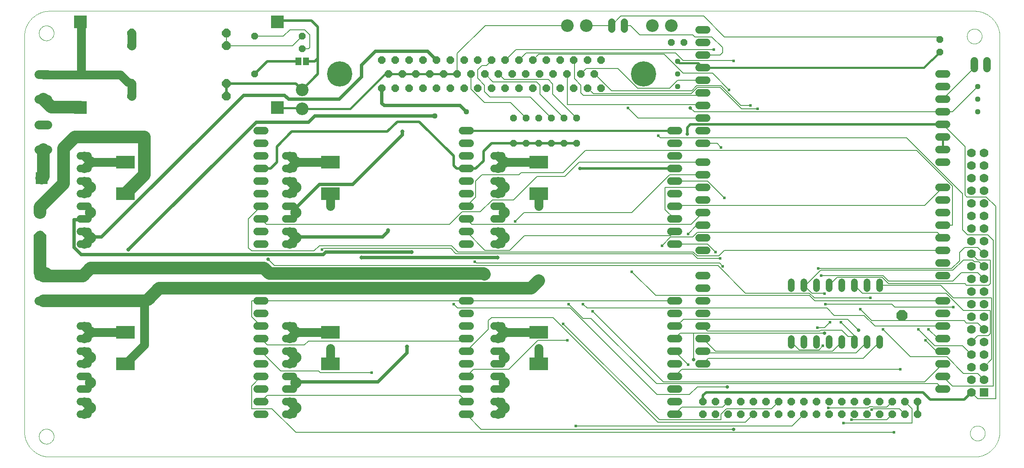
<source format=gtl>
G04 EAGLE Gerber RS-274X export*
G75*
%MOMM*%
%FSLAX34Y34*%
%LPD*%
%INTop Copper*%
%IPPOS*%
%AMOC8*
5,1,8,0,0,1.08239X$1,22.5*%
G01*
%ADD10C,0.000000*%
%ADD11C,2.540000*%
%ADD12P,2.749271X8X292.500000*%
%ADD13P,1.429621X8X112.500000*%
%ADD14P,1.649562X8X202.500000*%
%ADD15C,5.080000*%
%ADD16C,1.790700*%
%ADD17C,1.524000*%
%ADD18P,1.649562X8X22.500000*%
%ADD19R,1.778000X1.778000*%
%ADD20C,1.778000*%
%ADD21R,3.810000X2.500000*%
%ADD22C,1.117600*%
%ADD23P,1.429621X8X292.500000*%
%ADD24C,1.320800*%
%ADD25R,1.168400X1.600200*%
%ADD26C,2.552700*%
%ADD27P,1.924489X8X22.500000*%
%ADD28R,2.500000X2.500000*%
%ADD29C,2.250000*%
%ADD30P,1.429621X8X202.500000*%
%ADD31R,2.400000X2.400000*%
%ADD32C,1.422400*%
%ADD33P,2.336880X8X22.500000*%
%ADD34C,1.778000*%
%ADD35C,2.540000*%
%ADD36C,1.524000*%
%ADD37C,0.406400*%
%ADD38C,0.203200*%
%ADD39C,0.711200*%
%ADD40C,0.508000*%
%ADD41C,0.635000*%
%ADD42C,0.812800*%
%ADD43C,1.125000*%
%ADD44C,0.152400*%
%ADD45C,0.609600*%


D10*
X51000Y760D02*
X1911350Y760D01*
X1912578Y775D01*
X1913804Y819D01*
X1915030Y893D01*
X1916253Y997D01*
X1917473Y1130D01*
X1918690Y1293D01*
X1919903Y1485D01*
X1921110Y1706D01*
X1922312Y1957D01*
X1923507Y2236D01*
X1924696Y2544D01*
X1925876Y2881D01*
X1927048Y3246D01*
X1928211Y3640D01*
X1929364Y4061D01*
X1930506Y4510D01*
X1931638Y4987D01*
X1932757Y5491D01*
X1933864Y6022D01*
X1934958Y6579D01*
X1936038Y7162D01*
X1937104Y7772D01*
X1938154Y8407D01*
X1939189Y9067D01*
X1940208Y9752D01*
X1941209Y10462D01*
X1942194Y11195D01*
X1943160Y11953D01*
X1944108Y12733D01*
X1945037Y13536D01*
X1945946Y14361D01*
X1946834Y15208D01*
X1947702Y16076D01*
X1948549Y16964D01*
X1949374Y17873D01*
X1950177Y18802D01*
X1950957Y19750D01*
X1951715Y20716D01*
X1952448Y21701D01*
X1953158Y22702D01*
X1953843Y23721D01*
X1954503Y24756D01*
X1955138Y25806D01*
X1955748Y26872D01*
X1956331Y27952D01*
X1956888Y29046D01*
X1957419Y30153D01*
X1957923Y31272D01*
X1958400Y32404D01*
X1958849Y33546D01*
X1959270Y34699D01*
X1959664Y35862D01*
X1960029Y37034D01*
X1960366Y38214D01*
X1960674Y39403D01*
X1960953Y40598D01*
X1961204Y41800D01*
X1961425Y43007D01*
X1961617Y44220D01*
X1961780Y45437D01*
X1961913Y46657D01*
X1962017Y47880D01*
X1962091Y49106D01*
X1962135Y50332D01*
X1962150Y51560D01*
X1962150Y848360D01*
X1962135Y849588D01*
X1962091Y850814D01*
X1962017Y852040D01*
X1961913Y853263D01*
X1961780Y854483D01*
X1961617Y855700D01*
X1961425Y856913D01*
X1961204Y858120D01*
X1960953Y859322D01*
X1960674Y860517D01*
X1960366Y861706D01*
X1960029Y862886D01*
X1959664Y864058D01*
X1959270Y865221D01*
X1958849Y866374D01*
X1958400Y867516D01*
X1957923Y868648D01*
X1957419Y869767D01*
X1956888Y870874D01*
X1956331Y871968D01*
X1955748Y873048D01*
X1955138Y874114D01*
X1954503Y875164D01*
X1953843Y876199D01*
X1953158Y877218D01*
X1952448Y878219D01*
X1951715Y879204D01*
X1950957Y880170D01*
X1950177Y881118D01*
X1949374Y882047D01*
X1948549Y882956D01*
X1947702Y883844D01*
X1946834Y884712D01*
X1945946Y885559D01*
X1945037Y886384D01*
X1944108Y887187D01*
X1943160Y887967D01*
X1942194Y888725D01*
X1941209Y889458D01*
X1940208Y890168D01*
X1939189Y890853D01*
X1938154Y891513D01*
X1937104Y892148D01*
X1936038Y892758D01*
X1934958Y893341D01*
X1933864Y893898D01*
X1932757Y894429D01*
X1931638Y894933D01*
X1930506Y895410D01*
X1929364Y895859D01*
X1928211Y896280D01*
X1927048Y896674D01*
X1925876Y897039D01*
X1924696Y897376D01*
X1923507Y897684D01*
X1922312Y897963D01*
X1921110Y898214D01*
X1919903Y898435D01*
X1918690Y898627D01*
X1917473Y898790D01*
X1916253Y898923D01*
X1915030Y899027D01*
X1913804Y899101D01*
X1912578Y899145D01*
X1911350Y899160D01*
X51000Y899160D01*
X49772Y899145D01*
X48546Y899101D01*
X47320Y899027D01*
X46097Y898923D01*
X44877Y898790D01*
X43660Y898627D01*
X42447Y898435D01*
X41240Y898214D01*
X40038Y897963D01*
X38843Y897684D01*
X37654Y897376D01*
X36474Y897039D01*
X35302Y896674D01*
X34139Y896280D01*
X32986Y895859D01*
X31844Y895410D01*
X30712Y894933D01*
X29593Y894429D01*
X28486Y893898D01*
X27392Y893341D01*
X26312Y892758D01*
X25246Y892148D01*
X24196Y891513D01*
X23161Y890853D01*
X22142Y890168D01*
X21141Y889458D01*
X20156Y888725D01*
X19190Y887967D01*
X18242Y887187D01*
X17313Y886384D01*
X16404Y885559D01*
X15516Y884712D01*
X14648Y883844D01*
X13801Y882956D01*
X12976Y882047D01*
X12173Y881118D01*
X11393Y880170D01*
X10635Y879204D01*
X9902Y878219D01*
X9192Y877218D01*
X8507Y876199D01*
X7847Y875164D01*
X7212Y874114D01*
X6602Y873048D01*
X6019Y871968D01*
X5462Y870874D01*
X4931Y869767D01*
X4427Y868648D01*
X3950Y867516D01*
X3501Y866374D01*
X3080Y865221D01*
X2686Y864058D01*
X2321Y862886D01*
X1984Y861706D01*
X1676Y860517D01*
X1397Y859322D01*
X1146Y858120D01*
X925Y856913D01*
X733Y855700D01*
X570Y854483D01*
X437Y853263D01*
X333Y852040D01*
X259Y850814D01*
X215Y849588D01*
X200Y848360D01*
X200Y51560D01*
X215Y50332D01*
X259Y49106D01*
X333Y47880D01*
X437Y46657D01*
X570Y45437D01*
X733Y44220D01*
X925Y43007D01*
X1146Y41800D01*
X1397Y40598D01*
X1676Y39403D01*
X1984Y38214D01*
X2321Y37034D01*
X2686Y35862D01*
X3080Y34699D01*
X3501Y33546D01*
X3950Y32404D01*
X4427Y31272D01*
X4931Y30153D01*
X5462Y29046D01*
X6019Y27952D01*
X6602Y26872D01*
X7212Y25806D01*
X7847Y24756D01*
X8507Y23721D01*
X9192Y22702D01*
X9902Y21701D01*
X10635Y20716D01*
X11393Y19750D01*
X12173Y18802D01*
X12976Y17873D01*
X13801Y16964D01*
X14648Y16076D01*
X15516Y15208D01*
X16404Y14361D01*
X17313Y13536D01*
X18242Y12733D01*
X19190Y11953D01*
X20156Y11195D01*
X21141Y10462D01*
X22142Y9752D01*
X23161Y9067D01*
X24196Y8407D01*
X25246Y7772D01*
X26312Y7162D01*
X27392Y6579D01*
X28486Y6022D01*
X29593Y5491D01*
X30712Y4987D01*
X31844Y4510D01*
X32986Y4061D01*
X34139Y3640D01*
X35302Y3246D01*
X36474Y2881D01*
X37654Y2544D01*
X38843Y2236D01*
X40038Y1957D01*
X41240Y1706D01*
X42447Y1485D01*
X43660Y1293D01*
X44877Y1130D01*
X46097Y997D01*
X47320Y893D01*
X48546Y819D01*
X49772Y775D01*
X51000Y760D01*
D11*
X31750Y492760D03*
D12*
X31750Y441960D03*
D13*
X984250Y632460D03*
X984250Y683260D03*
X1009650Y632460D03*
X1009650Y683260D03*
X1035050Y632460D03*
X1035050Y683260D03*
X1085850Y632460D03*
X1085850Y683260D03*
X1060450Y632460D03*
X1060450Y683260D03*
X1111250Y632460D03*
X1111250Y683260D03*
D14*
X1160526Y800608D03*
X1133094Y800608D03*
X1105408Y800608D03*
X1077722Y800608D03*
X1050290Y800608D03*
X1022604Y800608D03*
X994918Y800608D03*
X967486Y800608D03*
X939800Y800608D03*
X912114Y800608D03*
X884682Y800608D03*
X856996Y800608D03*
X1146810Y772160D03*
X1119124Y772160D03*
X1091692Y772160D03*
X1064006Y772160D03*
X1036320Y772160D03*
X1008888Y772160D03*
X981202Y772160D03*
X953516Y772160D03*
X926084Y772160D03*
X898398Y772160D03*
X870712Y772160D03*
X829310Y800608D03*
X801878Y800608D03*
X774192Y800608D03*
X746506Y800608D03*
X843280Y772160D03*
X815594Y772160D03*
X787908Y772160D03*
X760476Y772160D03*
X719074Y800608D03*
X732790Y772160D03*
X1160526Y743712D03*
X1133094Y743712D03*
X1105408Y743712D03*
X1077722Y743712D03*
X1050290Y743712D03*
X1022604Y743712D03*
X994918Y743712D03*
X967486Y743712D03*
X939800Y743712D03*
X912114Y743712D03*
X884682Y743712D03*
X856996Y743712D03*
X829310Y743712D03*
X801878Y743712D03*
X774192Y743712D03*
X746506Y743712D03*
X719074Y743712D03*
D15*
X634238Y772160D03*
X1245362Y772160D03*
D16*
X47054Y620160D02*
X29147Y620160D01*
X29147Y670160D02*
X47054Y670160D01*
D17*
X1840230Y721360D02*
X1855470Y721360D01*
X1855470Y695960D02*
X1840230Y695960D01*
X1840230Y670560D02*
X1855470Y670560D01*
X1855470Y645160D02*
X1840230Y645160D01*
X1840230Y619760D02*
X1855470Y619760D01*
X1855470Y594360D02*
X1840230Y594360D01*
X1840230Y543560D02*
X1855470Y543560D01*
X1855470Y518160D02*
X1840230Y518160D01*
X1840230Y492760D02*
X1855470Y492760D01*
X1855470Y467360D02*
X1840230Y467360D01*
X1840230Y441960D02*
X1855470Y441960D01*
X1855470Y416560D02*
X1840230Y416560D01*
X1840230Y391160D02*
X1855470Y391160D01*
X1855470Y365760D02*
X1840230Y365760D01*
X1840230Y314960D02*
X1855470Y314960D01*
X1855470Y289560D02*
X1840230Y289560D01*
X1840230Y264160D02*
X1855470Y264160D01*
X1855470Y238760D02*
X1840230Y238760D01*
X1840230Y213360D02*
X1855470Y213360D01*
X1855470Y187960D02*
X1840230Y187960D01*
X1840230Y162560D02*
X1855470Y162560D01*
X1855470Y137160D02*
X1840230Y137160D01*
X1372870Y187960D02*
X1357630Y187960D01*
X1357630Y213360D02*
X1372870Y213360D01*
X1372870Y238760D02*
X1357630Y238760D01*
X1357630Y264160D02*
X1372870Y264160D01*
X1372870Y289560D02*
X1357630Y289560D01*
X1357630Y314960D02*
X1372870Y314960D01*
X1372870Y340360D02*
X1357630Y340360D01*
X1357630Y365760D02*
X1372870Y365760D01*
X1372870Y416560D02*
X1357630Y416560D01*
X1357630Y441960D02*
X1372870Y441960D01*
X1372870Y467360D02*
X1357630Y467360D01*
X1357630Y492760D02*
X1372870Y492760D01*
X1372870Y518160D02*
X1357630Y518160D01*
X1357630Y543560D02*
X1372870Y543560D01*
X1372870Y568960D02*
X1357630Y568960D01*
X1357630Y594360D02*
X1372870Y594360D01*
X1372870Y632460D02*
X1357630Y632460D01*
X1357630Y657860D02*
X1372870Y657860D01*
X1372870Y683260D02*
X1357630Y683260D01*
X1357630Y708660D02*
X1372870Y708660D01*
X1372870Y734060D02*
X1357630Y734060D01*
X1357630Y759460D02*
X1372870Y759460D01*
X1372870Y784860D02*
X1357630Y784860D01*
X1357630Y810260D02*
X1372870Y810260D01*
D18*
X1365250Y111760D03*
X1365250Y86360D03*
X1390650Y111760D03*
X1390650Y86360D03*
X1416050Y111760D03*
X1416050Y86360D03*
X1441450Y111760D03*
X1441450Y86360D03*
X1466850Y111760D03*
X1466850Y86360D03*
X1492250Y111760D03*
X1492250Y86360D03*
X1517650Y111760D03*
X1517650Y86360D03*
X1543050Y111760D03*
X1543050Y86360D03*
X1568450Y111760D03*
X1568450Y86360D03*
X1593850Y111760D03*
X1593850Y86360D03*
X1619250Y111760D03*
X1619250Y86360D03*
X1644650Y111760D03*
X1644650Y86360D03*
X1670050Y111760D03*
X1670050Y86360D03*
X1695450Y111760D03*
X1695450Y86360D03*
X1720850Y111760D03*
X1720850Y86360D03*
X1746250Y111760D03*
X1746250Y86360D03*
X1771650Y111760D03*
X1771650Y86360D03*
X1797050Y111760D03*
X1797050Y86360D03*
D17*
X1372870Y835660D02*
X1357630Y835660D01*
X1357630Y861060D02*
X1372870Y861060D01*
X1840230Y772160D02*
X1855470Y772160D01*
X1855470Y746760D02*
X1840230Y746760D01*
D19*
X1930400Y130810D03*
D20*
X1905000Y130810D03*
X1930400Y156210D03*
X1905000Y156210D03*
X1930400Y181610D03*
X1905000Y181610D03*
X1930400Y207010D03*
X1905000Y207010D03*
X1930400Y232410D03*
X1905000Y232410D03*
X1930400Y257810D03*
X1905000Y257810D03*
X1930400Y283210D03*
X1905000Y283210D03*
X1930400Y308610D03*
X1905000Y308610D03*
X1930400Y334010D03*
X1905000Y334010D03*
X1930400Y359410D03*
X1905000Y359410D03*
X1930400Y384810D03*
X1905000Y384810D03*
X1930400Y410210D03*
X1905000Y410210D03*
X1930400Y435610D03*
X1905000Y435610D03*
X1930400Y461010D03*
X1905000Y461010D03*
X1930400Y486410D03*
X1905000Y486410D03*
X1930400Y511810D03*
X1905000Y511810D03*
X1930400Y537210D03*
X1905000Y537210D03*
X1930400Y562610D03*
X1905000Y562610D03*
X1930400Y588010D03*
X1905000Y588010D03*
X1930400Y613410D03*
X1905000Y613410D03*
D21*
X1035050Y594360D03*
X1035050Y530860D03*
D10*
X29450Y41910D02*
X29455Y42278D01*
X29468Y42646D01*
X29491Y43013D01*
X29522Y43380D01*
X29563Y43746D01*
X29612Y44111D01*
X29671Y44474D01*
X29738Y44836D01*
X29814Y45197D01*
X29900Y45555D01*
X29993Y45911D01*
X30096Y46264D01*
X30207Y46615D01*
X30327Y46963D01*
X30455Y47308D01*
X30592Y47650D01*
X30737Y47989D01*
X30890Y48323D01*
X31052Y48654D01*
X31221Y48981D01*
X31399Y49303D01*
X31584Y49622D01*
X31777Y49935D01*
X31978Y50244D01*
X32186Y50547D01*
X32402Y50845D01*
X32625Y51138D01*
X32855Y51426D01*
X33092Y51708D01*
X33336Y51983D01*
X33586Y52253D01*
X33843Y52517D01*
X34107Y52774D01*
X34377Y53024D01*
X34652Y53268D01*
X34934Y53505D01*
X35222Y53735D01*
X35515Y53958D01*
X35813Y54174D01*
X36116Y54382D01*
X36425Y54583D01*
X36738Y54776D01*
X37057Y54961D01*
X37379Y55139D01*
X37706Y55308D01*
X38037Y55470D01*
X38371Y55623D01*
X38710Y55768D01*
X39052Y55905D01*
X39397Y56033D01*
X39745Y56153D01*
X40096Y56264D01*
X40449Y56367D01*
X40805Y56460D01*
X41163Y56546D01*
X41524Y56622D01*
X41886Y56689D01*
X42249Y56748D01*
X42614Y56797D01*
X42980Y56838D01*
X43347Y56869D01*
X43714Y56892D01*
X44082Y56905D01*
X44450Y56910D01*
X44818Y56905D01*
X45186Y56892D01*
X45553Y56869D01*
X45920Y56838D01*
X46286Y56797D01*
X46651Y56748D01*
X47014Y56689D01*
X47376Y56622D01*
X47737Y56546D01*
X48095Y56460D01*
X48451Y56367D01*
X48804Y56264D01*
X49155Y56153D01*
X49503Y56033D01*
X49848Y55905D01*
X50190Y55768D01*
X50529Y55623D01*
X50863Y55470D01*
X51194Y55308D01*
X51521Y55139D01*
X51843Y54961D01*
X52162Y54776D01*
X52475Y54583D01*
X52784Y54382D01*
X53087Y54174D01*
X53385Y53958D01*
X53678Y53735D01*
X53966Y53505D01*
X54248Y53268D01*
X54523Y53024D01*
X54793Y52774D01*
X55057Y52517D01*
X55314Y52253D01*
X55564Y51983D01*
X55808Y51708D01*
X56045Y51426D01*
X56275Y51138D01*
X56498Y50845D01*
X56714Y50547D01*
X56922Y50244D01*
X57123Y49935D01*
X57316Y49622D01*
X57501Y49303D01*
X57679Y48981D01*
X57848Y48654D01*
X58010Y48323D01*
X58163Y47989D01*
X58308Y47650D01*
X58445Y47308D01*
X58573Y46963D01*
X58693Y46615D01*
X58804Y46264D01*
X58907Y45911D01*
X59000Y45555D01*
X59086Y45197D01*
X59162Y44836D01*
X59229Y44474D01*
X59288Y44111D01*
X59337Y43746D01*
X59378Y43380D01*
X59409Y43013D01*
X59432Y42646D01*
X59445Y42278D01*
X59450Y41910D01*
X59445Y41542D01*
X59432Y41174D01*
X59409Y40807D01*
X59378Y40440D01*
X59337Y40074D01*
X59288Y39709D01*
X59229Y39346D01*
X59162Y38984D01*
X59086Y38623D01*
X59000Y38265D01*
X58907Y37909D01*
X58804Y37556D01*
X58693Y37205D01*
X58573Y36857D01*
X58445Y36512D01*
X58308Y36170D01*
X58163Y35831D01*
X58010Y35497D01*
X57848Y35166D01*
X57679Y34839D01*
X57501Y34517D01*
X57316Y34198D01*
X57123Y33885D01*
X56922Y33576D01*
X56714Y33273D01*
X56498Y32975D01*
X56275Y32682D01*
X56045Y32394D01*
X55808Y32112D01*
X55564Y31837D01*
X55314Y31567D01*
X55057Y31303D01*
X54793Y31046D01*
X54523Y30796D01*
X54248Y30552D01*
X53966Y30315D01*
X53678Y30085D01*
X53385Y29862D01*
X53087Y29646D01*
X52784Y29438D01*
X52475Y29237D01*
X52162Y29044D01*
X51843Y28859D01*
X51521Y28681D01*
X51194Y28512D01*
X50863Y28350D01*
X50529Y28197D01*
X50190Y28052D01*
X49848Y27915D01*
X49503Y27787D01*
X49155Y27667D01*
X48804Y27556D01*
X48451Y27453D01*
X48095Y27360D01*
X47737Y27274D01*
X47376Y27198D01*
X47014Y27131D01*
X46651Y27072D01*
X46286Y27023D01*
X45920Y26982D01*
X45553Y26951D01*
X45186Y26928D01*
X44818Y26915D01*
X44450Y26910D01*
X44082Y26915D01*
X43714Y26928D01*
X43347Y26951D01*
X42980Y26982D01*
X42614Y27023D01*
X42249Y27072D01*
X41886Y27131D01*
X41524Y27198D01*
X41163Y27274D01*
X40805Y27360D01*
X40449Y27453D01*
X40096Y27556D01*
X39745Y27667D01*
X39397Y27787D01*
X39052Y27915D01*
X38710Y28052D01*
X38371Y28197D01*
X38037Y28350D01*
X37706Y28512D01*
X37379Y28681D01*
X37057Y28859D01*
X36738Y29044D01*
X36425Y29237D01*
X36116Y29438D01*
X35813Y29646D01*
X35515Y29862D01*
X35222Y30085D01*
X34934Y30315D01*
X34652Y30552D01*
X34377Y30796D01*
X34107Y31046D01*
X33843Y31303D01*
X33586Y31567D01*
X33336Y31837D01*
X33092Y32112D01*
X32855Y32394D01*
X32625Y32682D01*
X32402Y32975D01*
X32186Y33273D01*
X31978Y33576D01*
X31777Y33885D01*
X31584Y34198D01*
X31399Y34517D01*
X31221Y34839D01*
X31052Y35166D01*
X30890Y35497D01*
X30737Y35831D01*
X30592Y36170D01*
X30455Y36512D01*
X30327Y36857D01*
X30207Y37205D01*
X30096Y37556D01*
X29993Y37909D01*
X29900Y38265D01*
X29814Y38623D01*
X29738Y38984D01*
X29671Y39346D01*
X29612Y39709D01*
X29563Y40074D01*
X29522Y40440D01*
X29491Y40807D01*
X29468Y41174D01*
X29455Y41542D01*
X29450Y41910D01*
X29450Y854710D02*
X29455Y855078D01*
X29468Y855446D01*
X29491Y855813D01*
X29522Y856180D01*
X29563Y856546D01*
X29612Y856911D01*
X29671Y857274D01*
X29738Y857636D01*
X29814Y857997D01*
X29900Y858355D01*
X29993Y858711D01*
X30096Y859064D01*
X30207Y859415D01*
X30327Y859763D01*
X30455Y860108D01*
X30592Y860450D01*
X30737Y860789D01*
X30890Y861123D01*
X31052Y861454D01*
X31221Y861781D01*
X31399Y862103D01*
X31584Y862422D01*
X31777Y862735D01*
X31978Y863044D01*
X32186Y863347D01*
X32402Y863645D01*
X32625Y863938D01*
X32855Y864226D01*
X33092Y864508D01*
X33336Y864783D01*
X33586Y865053D01*
X33843Y865317D01*
X34107Y865574D01*
X34377Y865824D01*
X34652Y866068D01*
X34934Y866305D01*
X35222Y866535D01*
X35515Y866758D01*
X35813Y866974D01*
X36116Y867182D01*
X36425Y867383D01*
X36738Y867576D01*
X37057Y867761D01*
X37379Y867939D01*
X37706Y868108D01*
X38037Y868270D01*
X38371Y868423D01*
X38710Y868568D01*
X39052Y868705D01*
X39397Y868833D01*
X39745Y868953D01*
X40096Y869064D01*
X40449Y869167D01*
X40805Y869260D01*
X41163Y869346D01*
X41524Y869422D01*
X41886Y869489D01*
X42249Y869548D01*
X42614Y869597D01*
X42980Y869638D01*
X43347Y869669D01*
X43714Y869692D01*
X44082Y869705D01*
X44450Y869710D01*
X44818Y869705D01*
X45186Y869692D01*
X45553Y869669D01*
X45920Y869638D01*
X46286Y869597D01*
X46651Y869548D01*
X47014Y869489D01*
X47376Y869422D01*
X47737Y869346D01*
X48095Y869260D01*
X48451Y869167D01*
X48804Y869064D01*
X49155Y868953D01*
X49503Y868833D01*
X49848Y868705D01*
X50190Y868568D01*
X50529Y868423D01*
X50863Y868270D01*
X51194Y868108D01*
X51521Y867939D01*
X51843Y867761D01*
X52162Y867576D01*
X52475Y867383D01*
X52784Y867182D01*
X53087Y866974D01*
X53385Y866758D01*
X53678Y866535D01*
X53966Y866305D01*
X54248Y866068D01*
X54523Y865824D01*
X54793Y865574D01*
X55057Y865317D01*
X55314Y865053D01*
X55564Y864783D01*
X55808Y864508D01*
X56045Y864226D01*
X56275Y863938D01*
X56498Y863645D01*
X56714Y863347D01*
X56922Y863044D01*
X57123Y862735D01*
X57316Y862422D01*
X57501Y862103D01*
X57679Y861781D01*
X57848Y861454D01*
X58010Y861123D01*
X58163Y860789D01*
X58308Y860450D01*
X58445Y860108D01*
X58573Y859763D01*
X58693Y859415D01*
X58804Y859064D01*
X58907Y858711D01*
X59000Y858355D01*
X59086Y857997D01*
X59162Y857636D01*
X59229Y857274D01*
X59288Y856911D01*
X59337Y856546D01*
X59378Y856180D01*
X59409Y855813D01*
X59432Y855446D01*
X59445Y855078D01*
X59450Y854710D01*
X59445Y854342D01*
X59432Y853974D01*
X59409Y853607D01*
X59378Y853240D01*
X59337Y852874D01*
X59288Y852509D01*
X59229Y852146D01*
X59162Y851784D01*
X59086Y851423D01*
X59000Y851065D01*
X58907Y850709D01*
X58804Y850356D01*
X58693Y850005D01*
X58573Y849657D01*
X58445Y849312D01*
X58308Y848970D01*
X58163Y848631D01*
X58010Y848297D01*
X57848Y847966D01*
X57679Y847639D01*
X57501Y847317D01*
X57316Y846998D01*
X57123Y846685D01*
X56922Y846376D01*
X56714Y846073D01*
X56498Y845775D01*
X56275Y845482D01*
X56045Y845194D01*
X55808Y844912D01*
X55564Y844637D01*
X55314Y844367D01*
X55057Y844103D01*
X54793Y843846D01*
X54523Y843596D01*
X54248Y843352D01*
X53966Y843115D01*
X53678Y842885D01*
X53385Y842662D01*
X53087Y842446D01*
X52784Y842238D01*
X52475Y842037D01*
X52162Y841844D01*
X51843Y841659D01*
X51521Y841481D01*
X51194Y841312D01*
X50863Y841150D01*
X50529Y840997D01*
X50190Y840852D01*
X49848Y840715D01*
X49503Y840587D01*
X49155Y840467D01*
X48804Y840356D01*
X48451Y840253D01*
X48095Y840160D01*
X47737Y840074D01*
X47376Y839998D01*
X47014Y839931D01*
X46651Y839872D01*
X46286Y839823D01*
X45920Y839782D01*
X45553Y839751D01*
X45186Y839728D01*
X44818Y839715D01*
X44450Y839710D01*
X44082Y839715D01*
X43714Y839728D01*
X43347Y839751D01*
X42980Y839782D01*
X42614Y839823D01*
X42249Y839872D01*
X41886Y839931D01*
X41524Y839998D01*
X41163Y840074D01*
X40805Y840160D01*
X40449Y840253D01*
X40096Y840356D01*
X39745Y840467D01*
X39397Y840587D01*
X39052Y840715D01*
X38710Y840852D01*
X38371Y840997D01*
X38037Y841150D01*
X37706Y841312D01*
X37379Y841481D01*
X37057Y841659D01*
X36738Y841844D01*
X36425Y842037D01*
X36116Y842238D01*
X35813Y842446D01*
X35515Y842662D01*
X35222Y842885D01*
X34934Y843115D01*
X34652Y843352D01*
X34377Y843596D01*
X34107Y843846D01*
X33843Y844103D01*
X33586Y844367D01*
X33336Y844637D01*
X33092Y844912D01*
X32855Y845194D01*
X32625Y845482D01*
X32402Y845775D01*
X32186Y846073D01*
X31978Y846376D01*
X31777Y846685D01*
X31584Y846998D01*
X31399Y847317D01*
X31221Y847639D01*
X31052Y847966D01*
X30890Y848297D01*
X30737Y848631D01*
X30592Y848970D01*
X30455Y849312D01*
X30327Y849657D01*
X30207Y850005D01*
X30096Y850356D01*
X29993Y850709D01*
X29900Y851065D01*
X29814Y851423D01*
X29738Y851784D01*
X29671Y852146D01*
X29612Y852509D01*
X29563Y852874D01*
X29522Y853240D01*
X29491Y853607D01*
X29468Y853974D01*
X29455Y854342D01*
X29450Y854710D01*
X1896350Y848360D02*
X1896355Y848728D01*
X1896368Y849096D01*
X1896391Y849463D01*
X1896422Y849830D01*
X1896463Y850196D01*
X1896512Y850561D01*
X1896571Y850924D01*
X1896638Y851286D01*
X1896714Y851647D01*
X1896800Y852005D01*
X1896893Y852361D01*
X1896996Y852714D01*
X1897107Y853065D01*
X1897227Y853413D01*
X1897355Y853758D01*
X1897492Y854100D01*
X1897637Y854439D01*
X1897790Y854773D01*
X1897952Y855104D01*
X1898121Y855431D01*
X1898299Y855753D01*
X1898484Y856072D01*
X1898677Y856385D01*
X1898878Y856694D01*
X1899086Y856997D01*
X1899302Y857295D01*
X1899525Y857588D01*
X1899755Y857876D01*
X1899992Y858158D01*
X1900236Y858433D01*
X1900486Y858703D01*
X1900743Y858967D01*
X1901007Y859224D01*
X1901277Y859474D01*
X1901552Y859718D01*
X1901834Y859955D01*
X1902122Y860185D01*
X1902415Y860408D01*
X1902713Y860624D01*
X1903016Y860832D01*
X1903325Y861033D01*
X1903638Y861226D01*
X1903957Y861411D01*
X1904279Y861589D01*
X1904606Y861758D01*
X1904937Y861920D01*
X1905271Y862073D01*
X1905610Y862218D01*
X1905952Y862355D01*
X1906297Y862483D01*
X1906645Y862603D01*
X1906996Y862714D01*
X1907349Y862817D01*
X1907705Y862910D01*
X1908063Y862996D01*
X1908424Y863072D01*
X1908786Y863139D01*
X1909149Y863198D01*
X1909514Y863247D01*
X1909880Y863288D01*
X1910247Y863319D01*
X1910614Y863342D01*
X1910982Y863355D01*
X1911350Y863360D01*
X1911718Y863355D01*
X1912086Y863342D01*
X1912453Y863319D01*
X1912820Y863288D01*
X1913186Y863247D01*
X1913551Y863198D01*
X1913914Y863139D01*
X1914276Y863072D01*
X1914637Y862996D01*
X1914995Y862910D01*
X1915351Y862817D01*
X1915704Y862714D01*
X1916055Y862603D01*
X1916403Y862483D01*
X1916748Y862355D01*
X1917090Y862218D01*
X1917429Y862073D01*
X1917763Y861920D01*
X1918094Y861758D01*
X1918421Y861589D01*
X1918743Y861411D01*
X1919062Y861226D01*
X1919375Y861033D01*
X1919684Y860832D01*
X1919987Y860624D01*
X1920285Y860408D01*
X1920578Y860185D01*
X1920866Y859955D01*
X1921148Y859718D01*
X1921423Y859474D01*
X1921693Y859224D01*
X1921957Y858967D01*
X1922214Y858703D01*
X1922464Y858433D01*
X1922708Y858158D01*
X1922945Y857876D01*
X1923175Y857588D01*
X1923398Y857295D01*
X1923614Y856997D01*
X1923822Y856694D01*
X1924023Y856385D01*
X1924216Y856072D01*
X1924401Y855753D01*
X1924579Y855431D01*
X1924748Y855104D01*
X1924910Y854773D01*
X1925063Y854439D01*
X1925208Y854100D01*
X1925345Y853758D01*
X1925473Y853413D01*
X1925593Y853065D01*
X1925704Y852714D01*
X1925807Y852361D01*
X1925900Y852005D01*
X1925986Y851647D01*
X1926062Y851286D01*
X1926129Y850924D01*
X1926188Y850561D01*
X1926237Y850196D01*
X1926278Y849830D01*
X1926309Y849463D01*
X1926332Y849096D01*
X1926345Y848728D01*
X1926350Y848360D01*
X1926345Y847992D01*
X1926332Y847624D01*
X1926309Y847257D01*
X1926278Y846890D01*
X1926237Y846524D01*
X1926188Y846159D01*
X1926129Y845796D01*
X1926062Y845434D01*
X1925986Y845073D01*
X1925900Y844715D01*
X1925807Y844359D01*
X1925704Y844006D01*
X1925593Y843655D01*
X1925473Y843307D01*
X1925345Y842962D01*
X1925208Y842620D01*
X1925063Y842281D01*
X1924910Y841947D01*
X1924748Y841616D01*
X1924579Y841289D01*
X1924401Y840967D01*
X1924216Y840648D01*
X1924023Y840335D01*
X1923822Y840026D01*
X1923614Y839723D01*
X1923398Y839425D01*
X1923175Y839132D01*
X1922945Y838844D01*
X1922708Y838562D01*
X1922464Y838287D01*
X1922214Y838017D01*
X1921957Y837753D01*
X1921693Y837496D01*
X1921423Y837246D01*
X1921148Y837002D01*
X1920866Y836765D01*
X1920578Y836535D01*
X1920285Y836312D01*
X1919987Y836096D01*
X1919684Y835888D01*
X1919375Y835687D01*
X1919062Y835494D01*
X1918743Y835309D01*
X1918421Y835131D01*
X1918094Y834962D01*
X1917763Y834800D01*
X1917429Y834647D01*
X1917090Y834502D01*
X1916748Y834365D01*
X1916403Y834237D01*
X1916055Y834117D01*
X1915704Y834006D01*
X1915351Y833903D01*
X1914995Y833810D01*
X1914637Y833724D01*
X1914276Y833648D01*
X1913914Y833581D01*
X1913551Y833522D01*
X1913186Y833473D01*
X1912820Y833432D01*
X1912453Y833401D01*
X1912086Y833378D01*
X1911718Y833365D01*
X1911350Y833360D01*
X1910982Y833365D01*
X1910614Y833378D01*
X1910247Y833401D01*
X1909880Y833432D01*
X1909514Y833473D01*
X1909149Y833522D01*
X1908786Y833581D01*
X1908424Y833648D01*
X1908063Y833724D01*
X1907705Y833810D01*
X1907349Y833903D01*
X1906996Y834006D01*
X1906645Y834117D01*
X1906297Y834237D01*
X1905952Y834365D01*
X1905610Y834502D01*
X1905271Y834647D01*
X1904937Y834800D01*
X1904606Y834962D01*
X1904279Y835131D01*
X1903957Y835309D01*
X1903638Y835494D01*
X1903325Y835687D01*
X1903016Y835888D01*
X1902713Y836096D01*
X1902415Y836312D01*
X1902122Y836535D01*
X1901834Y836765D01*
X1901552Y837002D01*
X1901277Y837246D01*
X1901007Y837496D01*
X1900743Y837753D01*
X1900486Y838017D01*
X1900236Y838287D01*
X1899992Y838562D01*
X1899755Y838844D01*
X1899525Y839132D01*
X1899302Y839425D01*
X1899086Y839723D01*
X1898878Y840026D01*
X1898677Y840335D01*
X1898484Y840648D01*
X1898299Y840967D01*
X1898121Y841289D01*
X1897952Y841616D01*
X1897790Y841947D01*
X1897637Y842281D01*
X1897492Y842620D01*
X1897355Y842962D01*
X1897227Y843307D01*
X1897107Y843655D01*
X1896996Y844006D01*
X1896893Y844359D01*
X1896800Y844715D01*
X1896714Y845073D01*
X1896638Y845434D01*
X1896571Y845796D01*
X1896512Y846159D01*
X1896463Y846524D01*
X1896422Y846890D01*
X1896391Y847257D01*
X1896368Y847624D01*
X1896355Y847992D01*
X1896350Y848360D01*
D22*
X1917700Y746760D03*
X1917700Y721360D03*
X1917700Y695960D03*
D23*
X1841500Y842010D03*
X1841500Y816610D03*
D17*
X1911350Y798830D02*
X1911350Y783590D01*
X1936750Y783590D02*
X1936750Y798830D01*
D10*
X1902700Y48260D02*
X1902705Y48628D01*
X1902718Y48996D01*
X1902741Y49363D01*
X1902772Y49730D01*
X1902813Y50096D01*
X1902862Y50461D01*
X1902921Y50824D01*
X1902988Y51186D01*
X1903064Y51547D01*
X1903150Y51905D01*
X1903243Y52261D01*
X1903346Y52614D01*
X1903457Y52965D01*
X1903577Y53313D01*
X1903705Y53658D01*
X1903842Y54000D01*
X1903987Y54339D01*
X1904140Y54673D01*
X1904302Y55004D01*
X1904471Y55331D01*
X1904649Y55653D01*
X1904834Y55972D01*
X1905027Y56285D01*
X1905228Y56594D01*
X1905436Y56897D01*
X1905652Y57195D01*
X1905875Y57488D01*
X1906105Y57776D01*
X1906342Y58058D01*
X1906586Y58333D01*
X1906836Y58603D01*
X1907093Y58867D01*
X1907357Y59124D01*
X1907627Y59374D01*
X1907902Y59618D01*
X1908184Y59855D01*
X1908472Y60085D01*
X1908765Y60308D01*
X1909063Y60524D01*
X1909366Y60732D01*
X1909675Y60933D01*
X1909988Y61126D01*
X1910307Y61311D01*
X1910629Y61489D01*
X1910956Y61658D01*
X1911287Y61820D01*
X1911621Y61973D01*
X1911960Y62118D01*
X1912302Y62255D01*
X1912647Y62383D01*
X1912995Y62503D01*
X1913346Y62614D01*
X1913699Y62717D01*
X1914055Y62810D01*
X1914413Y62896D01*
X1914774Y62972D01*
X1915136Y63039D01*
X1915499Y63098D01*
X1915864Y63147D01*
X1916230Y63188D01*
X1916597Y63219D01*
X1916964Y63242D01*
X1917332Y63255D01*
X1917700Y63260D01*
X1918068Y63255D01*
X1918436Y63242D01*
X1918803Y63219D01*
X1919170Y63188D01*
X1919536Y63147D01*
X1919901Y63098D01*
X1920264Y63039D01*
X1920626Y62972D01*
X1920987Y62896D01*
X1921345Y62810D01*
X1921701Y62717D01*
X1922054Y62614D01*
X1922405Y62503D01*
X1922753Y62383D01*
X1923098Y62255D01*
X1923440Y62118D01*
X1923779Y61973D01*
X1924113Y61820D01*
X1924444Y61658D01*
X1924771Y61489D01*
X1925093Y61311D01*
X1925412Y61126D01*
X1925725Y60933D01*
X1926034Y60732D01*
X1926337Y60524D01*
X1926635Y60308D01*
X1926928Y60085D01*
X1927216Y59855D01*
X1927498Y59618D01*
X1927773Y59374D01*
X1928043Y59124D01*
X1928307Y58867D01*
X1928564Y58603D01*
X1928814Y58333D01*
X1929058Y58058D01*
X1929295Y57776D01*
X1929525Y57488D01*
X1929748Y57195D01*
X1929964Y56897D01*
X1930172Y56594D01*
X1930373Y56285D01*
X1930566Y55972D01*
X1930751Y55653D01*
X1930929Y55331D01*
X1931098Y55004D01*
X1931260Y54673D01*
X1931413Y54339D01*
X1931558Y54000D01*
X1931695Y53658D01*
X1931823Y53313D01*
X1931943Y52965D01*
X1932054Y52614D01*
X1932157Y52261D01*
X1932250Y51905D01*
X1932336Y51547D01*
X1932412Y51186D01*
X1932479Y50824D01*
X1932538Y50461D01*
X1932587Y50096D01*
X1932628Y49730D01*
X1932659Y49363D01*
X1932682Y48996D01*
X1932695Y48628D01*
X1932700Y48260D01*
X1932695Y47892D01*
X1932682Y47524D01*
X1932659Y47157D01*
X1932628Y46790D01*
X1932587Y46424D01*
X1932538Y46059D01*
X1932479Y45696D01*
X1932412Y45334D01*
X1932336Y44973D01*
X1932250Y44615D01*
X1932157Y44259D01*
X1932054Y43906D01*
X1931943Y43555D01*
X1931823Y43207D01*
X1931695Y42862D01*
X1931558Y42520D01*
X1931413Y42181D01*
X1931260Y41847D01*
X1931098Y41516D01*
X1930929Y41189D01*
X1930751Y40867D01*
X1930566Y40548D01*
X1930373Y40235D01*
X1930172Y39926D01*
X1929964Y39623D01*
X1929748Y39325D01*
X1929525Y39032D01*
X1929295Y38744D01*
X1929058Y38462D01*
X1928814Y38187D01*
X1928564Y37917D01*
X1928307Y37653D01*
X1928043Y37396D01*
X1927773Y37146D01*
X1927498Y36902D01*
X1927216Y36665D01*
X1926928Y36435D01*
X1926635Y36212D01*
X1926337Y35996D01*
X1926034Y35788D01*
X1925725Y35587D01*
X1925412Y35394D01*
X1925093Y35209D01*
X1924771Y35031D01*
X1924444Y34862D01*
X1924113Y34700D01*
X1923779Y34547D01*
X1923440Y34402D01*
X1923098Y34265D01*
X1922753Y34137D01*
X1922405Y34017D01*
X1922054Y33906D01*
X1921701Y33803D01*
X1921345Y33710D01*
X1920987Y33624D01*
X1920626Y33548D01*
X1920264Y33481D01*
X1919901Y33422D01*
X1919536Y33373D01*
X1919170Y33332D01*
X1918803Y33301D01*
X1918436Y33278D01*
X1918068Y33265D01*
X1917700Y33260D01*
X1917332Y33265D01*
X1916964Y33278D01*
X1916597Y33301D01*
X1916230Y33332D01*
X1915864Y33373D01*
X1915499Y33422D01*
X1915136Y33481D01*
X1914774Y33548D01*
X1914413Y33624D01*
X1914055Y33710D01*
X1913699Y33803D01*
X1913346Y33906D01*
X1912995Y34017D01*
X1912647Y34137D01*
X1912302Y34265D01*
X1911960Y34402D01*
X1911621Y34547D01*
X1911287Y34700D01*
X1910956Y34862D01*
X1910629Y35031D01*
X1910307Y35209D01*
X1909988Y35394D01*
X1909675Y35587D01*
X1909366Y35788D01*
X1909063Y35996D01*
X1908765Y36212D01*
X1908472Y36435D01*
X1908184Y36665D01*
X1907902Y36902D01*
X1907627Y37146D01*
X1907357Y37396D01*
X1907093Y37653D01*
X1906836Y37917D01*
X1906586Y38187D01*
X1906342Y38462D01*
X1906105Y38744D01*
X1905875Y39032D01*
X1905652Y39325D01*
X1905436Y39623D01*
X1905228Y39926D01*
X1905027Y40235D01*
X1904834Y40548D01*
X1904649Y40867D01*
X1904471Y41189D01*
X1904302Y41516D01*
X1904140Y41847D01*
X1903987Y42181D01*
X1903842Y42520D01*
X1903705Y42862D01*
X1903577Y43207D01*
X1903457Y43555D01*
X1903346Y43906D01*
X1903243Y44259D01*
X1903150Y44615D01*
X1903064Y44973D01*
X1902988Y45334D01*
X1902921Y45696D01*
X1902862Y46059D01*
X1902813Y46424D01*
X1902772Y46790D01*
X1902741Y47157D01*
X1902718Y47524D01*
X1902705Y47892D01*
X1902700Y48260D01*
D21*
X1035050Y251460D03*
X1035050Y187960D03*
D24*
X1543050Y340106D02*
X1543050Y353314D01*
X1568450Y353314D02*
X1568450Y340106D01*
X1593850Y340106D02*
X1593850Y353314D01*
X1619250Y353314D02*
X1619250Y340106D01*
X1644650Y340106D02*
X1644650Y353314D01*
X1670050Y353314D02*
X1670050Y340106D01*
X1695450Y340106D02*
X1695450Y353314D01*
X1720850Y353314D02*
X1720850Y340106D01*
D16*
X47054Y721760D02*
X29147Y721760D01*
X29147Y771760D02*
X47054Y771760D01*
D25*
X566420Y797560D03*
X551180Y797560D03*
D26*
X558800Y740410D03*
X558800Y702310D03*
D27*
X215900Y727710D03*
X215900Y753110D03*
X215900Y854710D03*
X215900Y829310D03*
X406400Y727710D03*
X406400Y753110D03*
X406400Y854710D03*
X406400Y829310D03*
D28*
X113030Y877570D03*
X113030Y704850D03*
X509270Y704850D03*
X509270Y877570D03*
D17*
X944880Y429260D02*
X960120Y429260D01*
X960120Y454660D02*
X944880Y454660D01*
X944880Y480060D02*
X960120Y480060D01*
X960120Y505460D02*
X944880Y505460D01*
X944880Y530860D02*
X960120Y530860D01*
X960120Y556260D02*
X944880Y556260D01*
X944880Y581660D02*
X960120Y581660D01*
X960120Y607060D02*
X944880Y607060D01*
X1300480Y429260D02*
X1315720Y429260D01*
X1315720Y454660D02*
X1300480Y454660D01*
X1300480Y480060D02*
X1315720Y480060D01*
X1315720Y505460D02*
X1300480Y505460D01*
X1300480Y530860D02*
X1315720Y530860D01*
X1315720Y556260D02*
X1300480Y556260D01*
X1300480Y581660D02*
X1315720Y581660D01*
X1315720Y607060D02*
X1300480Y607060D01*
X1300480Y632460D02*
X1315720Y632460D01*
X1315720Y657860D02*
X1300480Y657860D01*
D29*
X965200Y594360D03*
X965200Y543560D03*
X965200Y492760D03*
X965200Y441960D03*
D13*
X558800Y822960D03*
X558800Y848360D03*
D23*
X463550Y848360D03*
X463550Y772160D03*
D22*
X1314450Y746760D03*
X1314450Y772160D03*
X1314450Y797560D03*
D30*
X1327150Y835660D03*
X1301750Y835660D03*
D17*
X960120Y86360D02*
X944880Y86360D01*
X944880Y111760D02*
X960120Y111760D01*
X960120Y137160D02*
X944880Y137160D01*
X944880Y162560D02*
X960120Y162560D01*
X960120Y187960D02*
X944880Y187960D01*
X944880Y213360D02*
X960120Y213360D01*
X960120Y238760D02*
X944880Y238760D01*
X944880Y264160D02*
X960120Y264160D01*
X1300480Y86360D02*
X1315720Y86360D01*
X1315720Y111760D02*
X1300480Y111760D01*
X1300480Y137160D02*
X1315720Y137160D01*
X1315720Y162560D02*
X1300480Y162560D01*
X1300480Y187960D02*
X1315720Y187960D01*
X1315720Y213360D02*
X1300480Y213360D01*
X1300480Y238760D02*
X1315720Y238760D01*
X1315720Y264160D02*
X1300480Y264160D01*
X1300480Y289560D02*
X1315720Y289560D01*
X1315720Y314960D02*
X1300480Y314960D01*
D29*
X965200Y251460D03*
X965200Y200660D03*
X965200Y149860D03*
X965200Y99060D03*
D21*
X615950Y594360D03*
X615950Y530860D03*
X615950Y251460D03*
X615950Y187960D03*
D17*
X541020Y429260D02*
X525780Y429260D01*
X525780Y454660D02*
X541020Y454660D01*
X541020Y480060D02*
X525780Y480060D01*
X525780Y505460D02*
X541020Y505460D01*
X541020Y530860D02*
X525780Y530860D01*
X525780Y556260D02*
X541020Y556260D01*
X541020Y581660D02*
X525780Y581660D01*
X525780Y607060D02*
X541020Y607060D01*
X881380Y429260D02*
X896620Y429260D01*
X896620Y454660D02*
X881380Y454660D01*
X881380Y480060D02*
X896620Y480060D01*
X896620Y505460D02*
X881380Y505460D01*
X881380Y530860D02*
X896620Y530860D01*
X896620Y556260D02*
X881380Y556260D01*
X881380Y581660D02*
X896620Y581660D01*
X896620Y607060D02*
X881380Y607060D01*
X881380Y632460D02*
X896620Y632460D01*
X896620Y657860D02*
X881380Y657860D01*
D29*
X546100Y594360D03*
X546100Y543560D03*
X546100Y492760D03*
X546100Y441960D03*
D17*
X541020Y86360D02*
X525780Y86360D01*
X525780Y111760D02*
X541020Y111760D01*
X541020Y137160D02*
X525780Y137160D01*
X525780Y162560D02*
X541020Y162560D01*
X541020Y187960D02*
X525780Y187960D01*
X525780Y213360D02*
X541020Y213360D01*
X541020Y238760D02*
X525780Y238760D01*
X525780Y264160D02*
X541020Y264160D01*
X881380Y86360D02*
X896620Y86360D01*
X896620Y111760D02*
X881380Y111760D01*
X881380Y137160D02*
X896620Y137160D01*
X896620Y162560D02*
X881380Y162560D01*
X881380Y187960D02*
X896620Y187960D01*
X896620Y213360D02*
X881380Y213360D01*
X881380Y238760D02*
X896620Y238760D01*
X896620Y264160D02*
X881380Y264160D01*
X881380Y289560D02*
X896620Y289560D01*
X896620Y314960D02*
X881380Y314960D01*
D29*
X546100Y251460D03*
X546100Y200660D03*
X546100Y149860D03*
X546100Y99060D03*
D21*
X203200Y594360D03*
X203200Y530860D03*
X203200Y251460D03*
X203200Y187960D03*
D17*
X128270Y429260D02*
X113030Y429260D01*
X113030Y454660D02*
X128270Y454660D01*
X128270Y480060D02*
X113030Y480060D01*
X113030Y505460D02*
X128270Y505460D01*
X128270Y530860D02*
X113030Y530860D01*
X113030Y556260D02*
X128270Y556260D01*
X128270Y581660D02*
X113030Y581660D01*
X113030Y607060D02*
X128270Y607060D01*
X468630Y429260D02*
X483870Y429260D01*
X483870Y454660D02*
X468630Y454660D01*
X468630Y480060D02*
X483870Y480060D01*
X483870Y505460D02*
X468630Y505460D01*
X468630Y530860D02*
X483870Y530860D01*
X483870Y556260D02*
X468630Y556260D01*
X468630Y581660D02*
X483870Y581660D01*
X483870Y607060D02*
X468630Y607060D01*
X468630Y632460D02*
X483870Y632460D01*
X483870Y657860D02*
X468630Y657860D01*
D29*
X133350Y594360D03*
X133350Y543560D03*
X133350Y492760D03*
X133350Y441960D03*
D17*
X128270Y86360D02*
X113030Y86360D01*
X113030Y111760D02*
X128270Y111760D01*
X128270Y137160D02*
X113030Y137160D01*
X113030Y162560D02*
X128270Y162560D01*
X128270Y187960D02*
X113030Y187960D01*
X113030Y213360D02*
X128270Y213360D01*
X128270Y238760D02*
X113030Y238760D01*
X113030Y264160D02*
X128270Y264160D01*
X468630Y86360D02*
X483870Y86360D01*
X483870Y111760D02*
X468630Y111760D01*
X468630Y137160D02*
X483870Y137160D01*
X483870Y162560D02*
X468630Y162560D01*
X468630Y187960D02*
X483870Y187960D01*
X483870Y213360D02*
X468630Y213360D01*
X468630Y238760D02*
X483870Y238760D01*
X483870Y264160D02*
X468630Y264160D01*
X468630Y289560D02*
X483870Y289560D01*
X483870Y314960D02*
X468630Y314960D01*
D29*
X133350Y251460D03*
X133350Y200660D03*
X133350Y149860D03*
X133350Y99060D03*
D16*
X47054Y315360D02*
X29147Y315360D01*
X29147Y365360D02*
X47054Y365360D01*
D24*
X1720850Y239014D02*
X1720850Y225806D01*
X1695450Y225806D02*
X1695450Y239014D01*
X1670050Y239014D02*
X1670050Y225806D01*
X1644650Y225806D02*
X1644650Y239014D01*
X1619250Y239014D02*
X1619250Y225806D01*
X1593850Y225806D02*
X1593850Y239014D01*
X1568450Y239014D02*
X1568450Y225806D01*
X1543050Y225806D02*
X1543050Y239014D01*
D31*
X79150Y562610D03*
X35150Y562610D03*
D26*
X1301750Y869950D03*
X1263650Y869950D03*
X1130300Y869950D03*
X1092200Y869950D03*
D32*
X1206500Y862838D02*
X1206500Y877062D01*
X1181100Y877062D02*
X1181100Y862838D01*
D33*
X1765300Y285750D03*
D34*
X215900Y727710D02*
X215900Y753110D01*
X207963Y756285D02*
X193675Y770573D01*
X114300Y770573D02*
X38100Y770573D01*
X114300Y770573D02*
X193675Y770573D01*
X207963Y756285D02*
X215900Y753110D01*
X38100Y770573D02*
X38100Y771760D01*
X114300Y770573D02*
X114300Y876935D01*
X113030Y877570D01*
X952500Y530860D02*
X965200Y543560D01*
X958850Y549910D02*
X952500Y556260D01*
X958850Y549910D02*
X960438Y549910D01*
X965200Y543560D01*
X546100Y200660D02*
X533400Y187960D01*
X539750Y207010D02*
X533400Y213360D01*
X539750Y207010D02*
X541338Y207010D01*
X546100Y200660D01*
X533400Y530860D02*
X546100Y543560D01*
X539750Y549910D02*
X533400Y556260D01*
X539750Y549910D02*
X541338Y549910D01*
X546100Y543560D01*
X215900Y829310D02*
X215900Y854710D01*
X112713Y705485D02*
X113030Y704850D01*
X133350Y200660D02*
X120650Y187960D01*
X127000Y207010D02*
X120650Y213360D01*
X127000Y207010D02*
X128588Y207010D01*
X133350Y200660D01*
X120650Y530860D02*
X133350Y543560D01*
X127000Y549910D02*
X120650Y556260D01*
X127000Y549910D02*
X128588Y549910D01*
X133350Y543560D01*
X31750Y448310D02*
X31750Y441960D01*
D35*
X43263Y370523D02*
X38100Y365360D01*
X31750Y371710D01*
X31750Y441960D01*
X54375Y705485D02*
X38100Y721760D01*
X54375Y705485D02*
X112713Y705485D01*
X117710Y365360D02*
X38100Y365360D01*
X117710Y365360D02*
X133350Y381000D01*
X165100Y381000D01*
X482053Y381000D01*
X492912Y370142D01*
X923671Y370142D02*
X925513Y368300D01*
D36*
X925513Y368300D03*
D35*
X508000Y370142D02*
X492912Y370142D01*
X508000Y370142D02*
X923671Y370142D01*
D36*
X165100Y381000D03*
X508000Y370142D03*
D37*
X1797050Y111760D02*
X1797050Y86360D01*
X1847850Y619760D02*
X1847850Y645160D01*
X760476Y772160D02*
X732790Y772160D01*
X843280Y772160D02*
X870712Y772160D01*
X815594Y772160D02*
X787908Y772160D01*
X815594Y772160D02*
X843280Y772160D01*
X787908Y772160D02*
X760476Y772160D01*
D38*
X558800Y848360D02*
X539750Y829310D01*
X406400Y829310D01*
X406400Y854710D01*
D37*
X557213Y703898D02*
X558800Y702310D01*
X557213Y703898D02*
X509588Y703898D01*
D38*
X509270Y704850D01*
D37*
X655638Y702310D02*
X725488Y772160D01*
X655638Y702310D02*
X558800Y702310D01*
X725488Y772160D02*
X732790Y772160D01*
D38*
X457200Y283210D02*
X476250Y264160D01*
X457200Y283210D02*
X457200Y314960D01*
X476250Y314960D01*
X889000Y314960D01*
D37*
X1365250Y784860D02*
X1355725Y794385D01*
X1317625Y794385D01*
X1314450Y797560D01*
D38*
X1656080Y278130D02*
X1677988Y256223D01*
X1656080Y278130D02*
X1325880Y278130D01*
X1311910Y264160D01*
X1308100Y264160D01*
X1308100Y314960D02*
X889000Y314960D01*
D37*
X889000Y657860D02*
X1308100Y657860D01*
X1809750Y784860D02*
X1841500Y816610D01*
X1809750Y784860D02*
X1365250Y784860D01*
D39*
X1677988Y256223D03*
D38*
X870712Y772160D02*
X870712Y813562D01*
X927100Y869950D02*
X1092200Y869950D01*
X927100Y869950D02*
X870712Y813562D01*
X1847850Y670560D02*
X1892300Y626110D01*
X1892300Y528320D01*
X1896110Y524510D01*
X1935163Y524510D01*
X1954213Y505460D01*
X1954213Y118110D01*
X1917700Y118110D01*
X1905000Y130810D01*
X1346200Y249873D02*
X1319213Y249873D01*
X1346200Y249873D02*
X1609725Y249873D01*
X1319213Y249873D02*
X1308100Y238760D01*
X1346200Y249873D02*
X1346200Y196533D01*
X884555Y234315D02*
X571430Y234315D01*
X884555Y234315D02*
X889000Y238760D01*
D40*
X984250Y632460D02*
X1009650Y632460D01*
X1035050Y632460D01*
X1060450Y632460D01*
X1085850Y632460D01*
X1111250Y632460D01*
X1117600Y581660D02*
X1308100Y581660D01*
D39*
X1609725Y249873D03*
X1346200Y196533D03*
X1117600Y581660D03*
D40*
X495300Y581660D02*
X476250Y581660D01*
X495300Y581660D02*
X508000Y594360D01*
X508000Y626110D01*
X538163Y656273D01*
X730407Y656273D01*
X750172Y676038D01*
X794622Y676038D01*
X863600Y607060D02*
X863600Y588010D01*
X869950Y581660D01*
X889000Y581660D01*
X863600Y607060D02*
X794622Y676038D01*
X889000Y581660D02*
X908050Y581660D01*
X923925Y597535D01*
X939800Y632460D02*
X984250Y632460D01*
X939800Y632460D02*
X923925Y616585D01*
X923925Y597535D01*
X1339850Y670560D02*
X1847850Y670560D01*
X1339850Y670560D02*
X1333500Y664210D01*
X1333500Y651510D01*
D39*
X1333500Y651510D03*
D40*
X1890713Y116523D02*
X1905000Y130810D01*
X1890713Y116523D02*
X1822450Y116523D01*
X1808163Y130810D01*
X1371600Y130810D02*
X1365250Y124460D01*
X1365250Y111760D01*
X1371600Y130810D02*
X1808163Y130810D01*
D38*
X508254Y226314D02*
X508000Y226060D01*
X563429Y226314D02*
X571430Y234315D01*
X563429Y226314D02*
X508254Y226314D01*
X508000Y226060D02*
X488950Y226060D01*
X476250Y238760D01*
D40*
X488950Y797560D02*
X551180Y797560D01*
X488950Y797560D02*
X463550Y772160D01*
D34*
X952500Y429260D02*
X965200Y441960D01*
X952500Y454660D01*
D41*
X951548Y402590D02*
X678815Y402590D01*
D42*
X951548Y402590D03*
X678815Y402590D03*
D41*
X719074Y743712D02*
X719138Y745173D01*
D43*
X889000Y695960D03*
D41*
X876300Y708660D01*
X723900Y708660D01*
X719138Y713423D01*
X719138Y745173D01*
D34*
X965200Y99060D02*
X952500Y86360D01*
X965200Y99060D02*
X952500Y111760D01*
D41*
X965200Y149860D02*
X952500Y162560D01*
X546100Y492760D02*
X533400Y480060D01*
X546100Y492760D02*
X533400Y505460D01*
X660400Y549910D02*
X760413Y649923D01*
X760413Y656273D01*
X660400Y549910D02*
X593725Y549910D01*
X542925Y499110D01*
X533400Y505460D01*
D42*
X760413Y656273D03*
D41*
X546100Y149860D02*
X533400Y137160D01*
X546100Y149860D02*
X533400Y162560D01*
X711200Y151448D02*
X769938Y210185D01*
X711200Y151448D02*
X547688Y151448D01*
X546100Y149860D01*
X769938Y210185D02*
X769938Y222885D01*
D42*
X769938Y222885D03*
D41*
X133350Y492760D02*
X120650Y480060D01*
X133350Y492760D02*
X120650Y505460D01*
X606425Y413385D02*
X779463Y413385D01*
X606425Y413385D02*
X601663Y408623D01*
X114300Y408623D01*
X100013Y422910D01*
X100013Y478473D01*
X119063Y478473D01*
X120650Y480060D01*
D42*
X779463Y413385D03*
D41*
X133350Y149860D02*
X120650Y137160D01*
X133350Y149860D02*
X120650Y162560D01*
X584200Y688023D02*
X825500Y688023D01*
X584200Y688023D02*
X571500Y675323D01*
X466725Y675323D01*
X209550Y418148D01*
D43*
X825500Y688023D03*
D42*
X209550Y418148D03*
D34*
X533400Y429260D02*
X546100Y441960D01*
X533400Y454660D01*
D41*
X547688Y443548D02*
X720725Y443548D01*
X547688Y443548D02*
X546100Y441960D01*
X720725Y443548D02*
X732155Y454978D01*
X732155Y457518D01*
D42*
X732155Y457518D03*
D34*
X546100Y99060D02*
X533400Y86360D01*
X546100Y99060D02*
X533400Y111760D01*
X133350Y441960D02*
X120650Y429260D01*
X133350Y441960D02*
X120650Y454660D01*
D41*
X811721Y818198D02*
X829310Y800608D01*
X678656Y766604D02*
X633413Y721360D01*
X531813Y721360D01*
X523875Y729298D01*
X441325Y729298D01*
X155575Y443548D01*
X134938Y443548D01*
X133350Y441960D01*
X678656Y766604D02*
X678656Y790416D01*
X706438Y818198D01*
X811721Y818198D01*
D34*
X133350Y99060D02*
X120650Y86360D01*
X133350Y99060D02*
X120650Y111760D01*
D44*
X1222375Y373698D02*
X1270000Y326073D01*
X1579563Y326073D01*
X1590675Y314960D01*
X1847850Y314960D01*
D45*
X1222375Y373698D03*
D44*
X1181100Y738823D02*
X1147763Y772160D01*
X1181100Y738823D02*
X1343025Y738823D01*
X1352550Y748348D01*
X1401763Y748348D01*
X1441450Y708660D01*
X1460500Y708660D01*
X1812925Y235585D02*
X1835150Y213360D01*
X1847850Y213360D01*
X1147763Y772160D02*
X1146810Y772160D01*
D45*
X1460500Y708660D03*
X1812925Y235585D03*
D44*
X1285875Y151448D02*
X1143000Y294323D01*
X1285875Y151448D02*
X1811338Y151448D01*
X1847850Y187960D01*
D45*
X1143000Y294323D03*
D44*
X1144588Y732473D02*
X1133475Y743585D01*
X1144588Y732473D02*
X1341438Y732473D01*
X1354138Y745173D01*
X1400175Y745173D01*
X1443038Y702310D01*
X1474788Y702310D01*
X1819275Y257810D02*
X1838325Y238760D01*
X1847850Y238760D01*
X1133475Y743585D02*
X1133094Y743712D01*
D45*
X1474788Y702310D03*
X1819275Y257810D03*
D44*
X1131888Y300673D02*
X1123950Y308610D01*
X1131888Y300673D02*
X1614488Y300673D01*
X1629410Y285750D01*
X1689735Y285750D01*
X1711325Y264160D01*
X1847850Y264160D01*
D45*
X1123950Y308610D03*
D44*
X1106488Y762953D02*
X1106488Y799148D01*
X1106488Y762953D02*
X1119823Y749618D01*
X1119823Y734060D01*
X1360488Y729298D02*
X1365250Y734060D01*
X1106488Y799148D02*
X1105408Y800608D01*
X1119823Y734060D02*
X1124585Y729298D01*
X1360488Y729298D01*
X1235075Y683260D02*
X1214438Y703898D01*
X1235075Y683260D02*
X1365250Y683260D01*
D45*
X1214438Y703898D03*
D44*
X1275080Y647700D02*
X1279208Y643573D01*
X1774825Y643573D01*
X1887220Y531178D01*
X1887220Y458470D01*
X1938655Y448310D02*
X1949450Y437515D01*
X1949450Y143510D01*
X1866900Y143510D01*
X1847850Y162560D01*
D45*
X1275080Y647700D03*
D44*
X1887220Y458470D02*
X1897380Y448310D01*
X1938655Y448310D01*
X1130300Y783273D02*
X1119188Y772160D01*
X1130300Y783273D02*
X1193800Y783273D01*
X1233488Y743585D01*
X1298575Y743585D01*
X1314450Y759460D01*
X1365250Y759460D01*
X1119188Y772160D02*
X1119124Y772160D01*
X1092200Y772160D02*
X1092200Y710248D01*
X1363663Y710248D01*
X1365250Y708660D01*
X1092200Y772160D02*
X1091692Y772160D01*
X1095375Y308610D02*
X1123950Y280035D01*
X1139825Y280035D01*
X1271588Y148273D01*
X1836738Y148273D01*
X1847850Y137160D01*
D45*
X1095375Y308610D03*
D44*
X1417638Y740410D02*
X1384300Y773748D01*
X1325563Y773748D01*
X1287463Y811848D01*
X1035050Y811848D01*
X1023938Y800735D01*
X1022604Y800608D01*
D45*
X1417638Y740410D03*
D44*
X1427163Y798830D02*
X1427163Y799148D01*
X1325563Y799148D01*
X1309688Y815023D01*
X1009650Y815023D01*
X995363Y800735D01*
X994918Y800608D01*
D45*
X1427163Y798830D03*
D44*
X1387475Y821373D02*
X989013Y821373D01*
X968375Y800735D01*
X967486Y800608D01*
D45*
X1387475Y821373D03*
D44*
X1517650Y111760D02*
X1503363Y97473D01*
X1412875Y97473D01*
X1401763Y86360D01*
X1401763Y75248D01*
X1277938Y75248D01*
X1084263Y268923D01*
D45*
X1084263Y268923D03*
D44*
X1544638Y62548D02*
X1568450Y86360D01*
X1544638Y62548D02*
X1109663Y62548D01*
D45*
X1109663Y62548D03*
D38*
X1060450Y683260D02*
X1017588Y726123D01*
X936308Y726123D01*
X925830Y736600D01*
X925830Y749935D01*
X911860Y763905D01*
X920750Y789623D02*
X930275Y789623D01*
X939800Y799148D01*
X939800Y800608D01*
X920750Y789623D02*
X911860Y780733D01*
X911860Y763905D01*
X1062990Y731520D02*
X1111250Y683260D01*
X1054100Y761048D02*
X965200Y761048D01*
X954088Y772160D01*
X953516Y772160D01*
X1054100Y761048D02*
X1062990Y752158D01*
X1062990Y731520D01*
X1037273Y731838D02*
X1085850Y683260D01*
X1037273Y731838D02*
X1037273Y749300D01*
X942975Y756285D02*
X927100Y772160D01*
X926084Y772160D01*
X1030288Y756285D02*
X1037273Y749300D01*
X1030288Y756285D02*
X942975Y756285D01*
X977900Y715010D02*
X1009650Y683260D01*
X977900Y715010D02*
X925513Y715010D01*
X898525Y741998D01*
X898525Y772160D01*
X898398Y772160D01*
D34*
X1035050Y219710D02*
X1035050Y187960D01*
X241300Y226060D02*
X203200Y187960D01*
X241300Y226060D02*
X241300Y314960D01*
D35*
X38100Y314960D01*
X38100Y315360D01*
X203200Y530860D02*
X241300Y568960D01*
X241300Y645160D01*
X101600Y645160D01*
X271463Y340360D02*
X249238Y318135D01*
D34*
X241300Y314960D01*
D35*
X79150Y562610D02*
X79150Y622710D01*
X101600Y645160D01*
X31750Y503780D02*
X31750Y492760D01*
X79150Y551180D02*
X79150Y562610D01*
X79150Y551180D02*
X31750Y503780D01*
X1019810Y340360D02*
X1035050Y355600D01*
D36*
X1035050Y355600D03*
D35*
X615950Y340360D02*
X271463Y340360D01*
D36*
X1035050Y219710D03*
D35*
X1019810Y340360D02*
X615950Y340360D01*
D34*
X1035050Y505460D02*
X1035050Y530860D01*
D36*
X1035050Y505460D03*
X615950Y340360D03*
D34*
X615950Y505460D02*
X615950Y530860D01*
D36*
X615950Y505460D03*
D34*
X615950Y219710D02*
X615950Y187960D01*
D36*
X615950Y219710D03*
D38*
X1289050Y499110D02*
X1308100Y480060D01*
X1289050Y499110D02*
X1289050Y543560D01*
X1365250Y543560D01*
X1352550Y467360D02*
X1335088Y449898D01*
X1352550Y467360D02*
X1365250Y467360D01*
D45*
X1335088Y449898D03*
D38*
X1374775Y429260D02*
X1390650Y413385D01*
X1374775Y429260D02*
X1308100Y429260D01*
D45*
X1390650Y413385D03*
D38*
X1408113Y522923D02*
X1374775Y556260D01*
X1308100Y556260D01*
D45*
X1408113Y522923D03*
D38*
X1322388Y100648D02*
X1308100Y86360D01*
X1322388Y100648D02*
X1404938Y100648D01*
X1416050Y111760D01*
X1335088Y186373D02*
X1308100Y213360D01*
D45*
X1335088Y186373D03*
D44*
X908050Y524510D02*
X889000Y505460D01*
X908050Y524510D02*
X908050Y556260D01*
X1083628Y573088D02*
X1128713Y618173D01*
X1795463Y618173D01*
X1866900Y546735D01*
X1866900Y467360D01*
X1847850Y467360D01*
X920750Y568960D02*
X908050Y556260D01*
X999490Y573088D02*
X1083628Y573088D01*
X999490Y573088D02*
X995363Y568960D01*
X920750Y568960D01*
X903288Y176848D02*
X889000Y162560D01*
X903288Y176848D02*
X974725Y176848D01*
X1033463Y235585D01*
X1092200Y235585D01*
X1282700Y426085D02*
X1300163Y443548D01*
X1344613Y443548D01*
X1354138Y453073D01*
X1836738Y453073D01*
X1847850Y441960D01*
D45*
X1092200Y235585D03*
X1282700Y426085D03*
D44*
X476250Y505460D02*
X450850Y480060D01*
X457200Y415608D02*
X582930Y415608D01*
X593408Y426085D01*
X859790Y426085D01*
X872173Y413703D01*
X1345883Y413703D01*
X1354138Y405448D01*
X1397000Y405448D01*
X1408113Y416560D01*
X1847850Y416560D01*
X457200Y415608D02*
X450850Y421958D01*
X450850Y480060D01*
X476250Y162560D02*
X457200Y143510D01*
X457200Y97473D01*
X498475Y97473D01*
X546100Y49848D01*
X1749425Y49848D01*
D45*
X1749425Y49848D03*
D44*
X1308100Y505460D02*
X1309688Y507048D01*
X1811338Y507048D01*
X1847850Y543560D01*
X1322388Y176848D02*
X1308100Y162560D01*
X1322388Y176848D02*
X1762125Y176848D01*
D45*
X1762125Y176848D03*
D38*
X900113Y468948D02*
X889000Y480060D01*
X900113Y468948D02*
X1341438Y468948D01*
X1365250Y492760D01*
X1004888Y492760D02*
X987425Y475298D01*
X1004888Y492760D02*
X1222375Y492760D01*
X1298575Y568960D01*
X1365250Y568960D01*
D45*
X987425Y475298D03*
D38*
X487363Y468948D02*
X476250Y480060D01*
X487363Y468948D02*
X855663Y468948D01*
X881063Y494348D01*
X917575Y494348D01*
X941388Y518160D01*
X984250Y518160D01*
X1031875Y565785D01*
X1087438Y565785D01*
X1116013Y594360D01*
X1365250Y594360D01*
X601345Y421005D02*
X598488Y418148D01*
X601345Y421005D02*
X857568Y421005D01*
X868363Y410210D01*
X1344613Y410210D01*
X1354138Y400685D01*
X1400175Y400685D01*
X1401763Y624523D02*
X1393825Y632460D01*
X1365250Y632460D01*
D45*
X598488Y418148D03*
X1400175Y400685D03*
X1401763Y624523D03*
D38*
X909638Y391160D02*
X906463Y394335D01*
X1398588Y391160D02*
X1404938Y384810D01*
X1398588Y391160D02*
X909638Y391160D01*
D45*
X906463Y394335D03*
X1404938Y384810D03*
D38*
X871538Y300673D02*
X863600Y308610D01*
X871538Y300673D02*
X1098550Y300673D01*
X1273175Y126048D01*
X1338263Y126048D01*
X1354138Y141923D01*
X1414463Y141923D01*
D45*
X863600Y308610D03*
D39*
X1414463Y141923D03*
D38*
X919163Y56198D02*
X889000Y86360D01*
X919163Y56198D02*
X1427163Y56198D01*
D39*
X1427163Y56198D03*
D38*
X933450Y257810D02*
X889000Y213360D01*
X939800Y281623D02*
X1063625Y281623D01*
X1274763Y70485D01*
X1450975Y70485D01*
X1466850Y86360D01*
X939800Y281623D02*
X933450Y275273D01*
X933450Y257810D01*
X503238Y386398D02*
X490538Y399098D01*
X503238Y386398D02*
X1395413Y386398D01*
X1450975Y330835D01*
X1579563Y330835D01*
X1589088Y321310D01*
X1701800Y321310D01*
D39*
X490538Y399098D03*
D45*
X1701800Y321310D03*
D38*
X515938Y173673D02*
X476250Y213360D01*
X515938Y173673D02*
X592138Y173673D01*
X595313Y170498D01*
X698500Y170498D01*
D45*
X698500Y170498D03*
D44*
X1760538Y97473D02*
X1771650Y86360D01*
X1760538Y97473D02*
X1706563Y97473D01*
X1704975Y95885D01*
D45*
X1704975Y95885D03*
D44*
X1610043Y260985D02*
X1620838Y271780D01*
X1610043Y260985D02*
X1595438Y260985D01*
X1771650Y111760D02*
X1785938Y97473D01*
X1785938Y68898D01*
X1647825Y68898D01*
D45*
X1620838Y271780D03*
X1595438Y260985D03*
X1647825Y68898D03*
D44*
X1598613Y216535D02*
X1606550Y224473D01*
X1598613Y216535D02*
X1558925Y216535D01*
X1543050Y232410D01*
X1735138Y75248D02*
X1746250Y86360D01*
X1735138Y75248D02*
X1663700Y75248D01*
D45*
X1606550Y224473D03*
X1663700Y75248D03*
D44*
X1735138Y100648D02*
X1746250Y111760D01*
X1735138Y100648D02*
X1708150Y100648D01*
X1706563Y102235D01*
X1700213Y102235D01*
X1697038Y99060D01*
X1617663Y99060D01*
D45*
X1617663Y99060D03*
D44*
X1390650Y213360D02*
X1365250Y238760D01*
X1390650Y213360D02*
X1625600Y213360D01*
X1644650Y232410D01*
X1670050Y244793D02*
X1643063Y271780D01*
X1670050Y244793D02*
X1670050Y243523D01*
X1374775Y254635D02*
X1365250Y264160D01*
X1374775Y254635D02*
X1600200Y254635D01*
X1601788Y256223D01*
X1644650Y256223D01*
X1657350Y243523D01*
X1670050Y243523D01*
X1670050Y232410D01*
D45*
X1643063Y271780D03*
X1611313Y308610D03*
X1868488Y302260D03*
D44*
X1744980Y308610D02*
X1611313Y308610D01*
X1751330Y302260D02*
X1868488Y302260D01*
X1751330Y302260D02*
X1744980Y308610D01*
X1308100Y454660D02*
X1300163Y446723D01*
X1006475Y446723D01*
X976630Y416878D01*
X926783Y416878D01*
X889000Y454660D01*
X488950Y124460D02*
X476250Y111760D01*
X488950Y124460D02*
X876300Y124460D01*
X889000Y111760D01*
D34*
X952500Y238760D02*
X965200Y251460D01*
X952500Y264160D01*
X965200Y251460D02*
X1035050Y251460D01*
D44*
X1917700Y372110D02*
X1930400Y359410D01*
X1917700Y372110D02*
X1885315Y372110D01*
X1867853Y354648D01*
X1738313Y354648D01*
X1727200Y365760D01*
X1603375Y365760D01*
D45*
X1603375Y365760D03*
D44*
X1608138Y330835D02*
X1609725Y329248D01*
X1608138Y330835D02*
X1584325Y330835D01*
X1570038Y345123D01*
X1920875Y394335D02*
X1930400Y384810D01*
X1920875Y394335D02*
X1911350Y394335D01*
X1908175Y397510D01*
X1888808Y397510D01*
X1868170Y376873D01*
X1601788Y376873D01*
X1570038Y345123D01*
X1568450Y346710D01*
D45*
X1609725Y329248D03*
D44*
X1917700Y422910D02*
X1930400Y410210D01*
X1865313Y380048D02*
X1597025Y380048D01*
D45*
X1597025Y380048D03*
D44*
X1881124Y395859D02*
X1881124Y412299D01*
X1891735Y422910D01*
X1881124Y395859D02*
X1865313Y380048D01*
X1891735Y422910D02*
X1917700Y422910D01*
X1635125Y362585D02*
X1619250Y346710D01*
X1635125Y362585D02*
X1725613Y362585D01*
X1738313Y349885D01*
X1892300Y349885D01*
X1895475Y346710D01*
X1939925Y346710D01*
X1943100Y349885D01*
X1943100Y397510D01*
X1917700Y397510D01*
X1905000Y410210D01*
X1798638Y257810D02*
X1831975Y224473D01*
X1887538Y224473D01*
X1905000Y207010D01*
D45*
X1798638Y257810D03*
D44*
X1905000Y232410D02*
X1917700Y245110D01*
X1939290Y245110D01*
X1943100Y248920D01*
X1943100Y295910D01*
X1889125Y295910D01*
X1854200Y330835D01*
X1685925Y330835D01*
X1670050Y346710D01*
X1368425Y210185D02*
X1365250Y213360D01*
X1368425Y210185D02*
X1673225Y210185D01*
X1695450Y232410D01*
X1376363Y199073D02*
X1365250Y187960D01*
X1376363Y199073D02*
X1687513Y199073D01*
X1720850Y232410D01*
X1917700Y168910D02*
X1930400Y156210D01*
X1917700Y168910D02*
X1889125Y168910D01*
X1855788Y202248D01*
X1782763Y202248D01*
X1727200Y257810D01*
D45*
X1727200Y257810D03*
D44*
X1930400Y181610D02*
X1946275Y197485D01*
X1946275Y321310D01*
X1868488Y321310D01*
X1843088Y346710D01*
X1720850Y346710D01*
X1765300Y275273D02*
X1890713Y275273D01*
X1765300Y275273D02*
X1704975Y275273D01*
X1890713Y275273D02*
X1895475Y270510D01*
X1917700Y270510D01*
X1930400Y257810D01*
D45*
X1681798Y298450D03*
D44*
X1704975Y275273D01*
X1765300Y275273D02*
X1765300Y285750D01*
X1365250Y810260D02*
X1370013Y815023D01*
D38*
X1219200Y869950D02*
X1206500Y869950D01*
X1219200Y869950D02*
X1238250Y850900D01*
X1348740Y847090D02*
X1383030Y847090D01*
X1404620Y825500D01*
X1404620Y815340D01*
X1399540Y810260D01*
X1365250Y810260D01*
X1344930Y850900D02*
X1238250Y850900D01*
X1344930Y850900D02*
X1348740Y847090D01*
D44*
X1847850Y721360D02*
X1911350Y784860D01*
X1911350Y791210D01*
D34*
X965200Y594360D02*
X952500Y581660D01*
X965200Y594360D02*
X952500Y607060D01*
X965200Y594360D02*
X1035050Y594360D01*
D40*
X590550Y803910D02*
X590550Y867410D01*
X590550Y803910D02*
X590550Y772160D01*
X590550Y867410D02*
X577850Y880110D01*
X511810Y880110D01*
X509270Y877570D01*
X406400Y753110D02*
X406400Y727710D01*
X406400Y753110D02*
X546100Y753110D01*
X558800Y740410D01*
X590550Y772160D01*
X584200Y797560D02*
X566420Y797560D01*
X584200Y797560D02*
X590550Y803910D01*
D44*
X564515Y861695D02*
X534670Y861695D01*
X564515Y861695D02*
X574675Y851535D01*
X571500Y822960D02*
X558800Y822960D01*
X521335Y848360D02*
X534670Y861695D01*
X521335Y848360D02*
X463550Y848360D01*
X571500Y822960D02*
X574675Y826135D01*
X574675Y851535D01*
D38*
X1339850Y703898D02*
X1347788Y695960D01*
X1847850Y695960D01*
X1866900Y695960D02*
X1917700Y746760D01*
X1866900Y695960D02*
X1847850Y695960D01*
D39*
X1339850Y703898D03*
D34*
X546100Y594360D02*
X533400Y581660D01*
X546100Y594360D02*
X533400Y607060D01*
X546100Y594360D02*
X615950Y594360D01*
X546100Y251460D02*
X533400Y238760D01*
X546100Y251460D02*
X533400Y264160D01*
X546100Y251460D02*
X615950Y251460D01*
X133350Y594360D02*
X120650Y581660D01*
X133350Y594360D02*
X120650Y607060D01*
X133350Y594360D02*
X203200Y594360D01*
X133350Y251460D02*
X120650Y238760D01*
X133350Y251460D02*
X120650Y264160D01*
X133350Y251460D02*
X203200Y251460D01*
D35*
X38100Y565560D02*
X38100Y620160D01*
X38100Y565560D02*
X35150Y562610D01*
D44*
X1130300Y869950D02*
X1181100Y869950D01*
D38*
X1366520Y889000D02*
X1408430Y847090D01*
X1366520Y889000D02*
X1200150Y889000D01*
X1181100Y869950D01*
X1408430Y847090D02*
X1836420Y847090D01*
X1841500Y842010D01*
M02*

</source>
